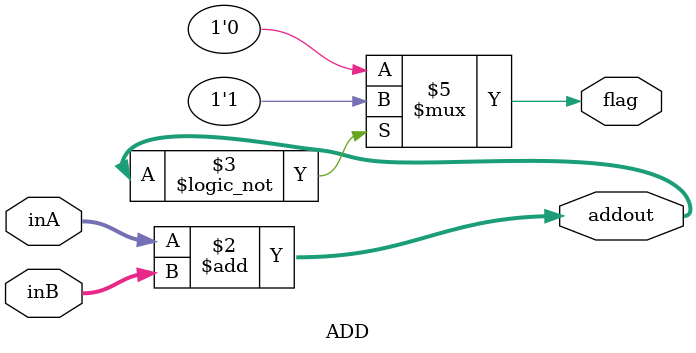
<source format=v>
`timescale 1ns / 1ps


module ADD(inA, inB, addout, flag);
    input [31:0] inA;
    input [31:0] inB;
    output reg [31:0] addout;
    output reg flag;
    
    always@(*) begin
        addout = inA+inB;
        if(addout==0)
            flag = 1;
        else
            flag = 0;
    end
endmodule
</source>
